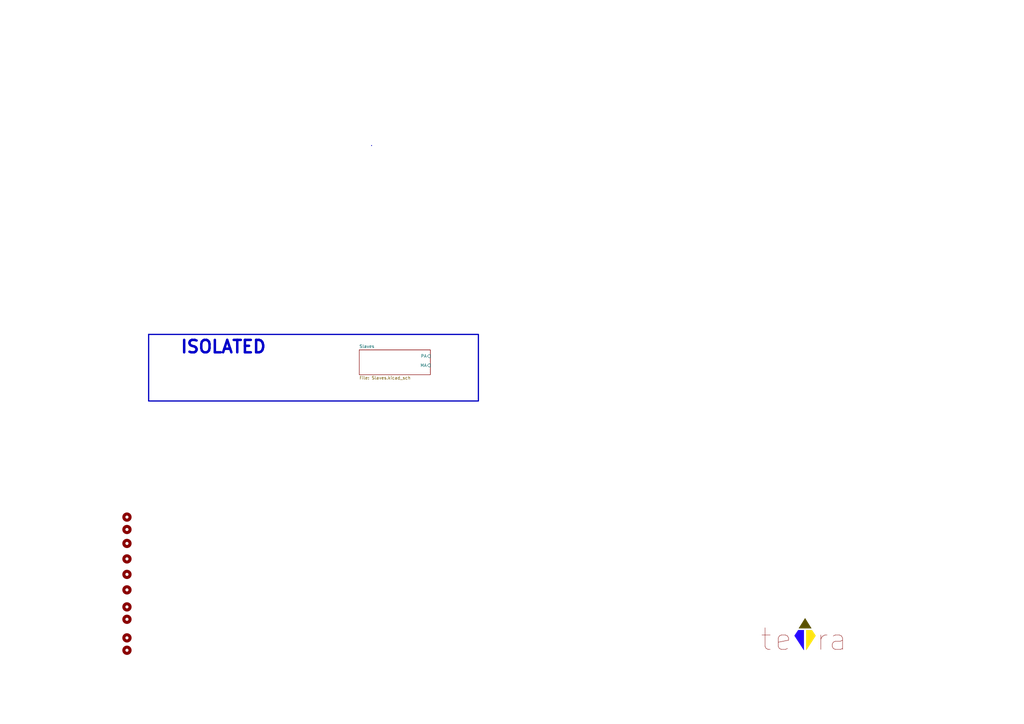
<source format=kicad_sch>
(kicad_sch
	(version 20231120)
	(generator "eeschema")
	(generator_version "8.0")
	(uuid "6a86ff6f-b159-4c4c-8a40-e732cc82e010")
	(paper "A3")
	(title_block
		(title "BMS-Master")
		(date "2024-07-23")
		(rev "V2")
		(company "teTra")
	)
	(lib_symbols
		(symbol "Library:Logo_Tetra"
			(exclude_from_sim no)
			(in_bom yes)
			(on_board yes)
			(property "Reference" "U"
				(at -0.762 0 0)
				(effects
					(font
						(size 1.27 1.27)
					)
				)
			)
			(property "Value" ""
				(at -0.762 0 0)
				(effects
					(font
						(size 1.27 1.27)
					)
				)
			)
			(property "Footprint" ""
				(at -0.762 0 0)
				(effects
					(font
						(size 1.27 1.27)
					)
					(hide yes)
				)
			)
			(property "Datasheet" ""
				(at -0.762 0 0)
				(effects
					(font
						(size 1.27 1.27)
					)
					(hide yes)
				)
			)
			(property "Description" ""
				(at -0.762 0 0)
				(effects
					(font
						(size 1.27 1.27)
					)
					(hide yes)
				)
			)
			(symbol "Logo_Tetra_1_1"
				(polyline
					(pts
						(xy 0 7.366) (xy -2.54 3.302) (xy 2.54 3.302) (xy 0 7.366)
					)
					(stroke
						(width 0)
						(type default)
						(color 88 80 0 1)
					)
					(fill
						(type color)
						(color 88 80 0 1)
					)
				)
				(polyline
					(pts
						(xy -0.508 2.54) (xy -2.794 2.54) (xy -4.318 0.254) (xy -0.508 -5.588) (xy -0.508 2.54)
					)
					(stroke
						(width 0)
						(type default)
						(color 38 9 255 1)
					)
					(fill
						(type color)
						(color 38 9 255 1)
					)
				)
				(polyline
					(pts
						(xy 0.508 2.54) (xy 2.794 2.54) (xy 4.318 0.254) (xy 0.508 -5.588) (xy 0.508 2.54)
					)
					(stroke
						(width 0)
						(type default)
						(color 255 228 16 1)
					)
					(fill
						(type color)
						(color 255 228 16 1)
					)
				)
				(text "a"
					(at 13.462 -1.27 0)
					(effects
						(font
							(face "KiCad Font")
							(size 8.89 8.89)
						)
					)
				)
				(text "e"
					(at -8.89 -1.27 0)
					(effects
						(font
							(face "KiCad Font")
							(size 8.89 8.89)
						)
					)
				)
				(text "r"
					(at 7.112 -1.27 0)
					(effects
						(font
							(size 8.89 8.89)
						)
					)
				)
				(text "t"
					(at -16.002 -1.27 0)
					(effects
						(font
							(size 8.89 8.89)
						)
					)
				)
			)
		)
		(symbol "Mechanical:MountingHole"
			(pin_names
				(offset 1.016)
			)
			(exclude_from_sim yes)
			(in_bom no)
			(on_board yes)
			(property "Reference" "H"
				(at 0 5.08 0)
				(effects
					(font
						(size 1.27 1.27)
					)
				)
			)
			(property "Value" "MountingHole"
				(at 0 3.175 0)
				(effects
					(font
						(size 1.27 1.27)
					)
				)
			)
			(property "Footprint" ""
				(at 0 0 0)
				(effects
					(font
						(size 1.27 1.27)
					)
					(hide yes)
				)
			)
			(property "Datasheet" "~"
				(at 0 0 0)
				(effects
					(font
						(size 1.27 1.27)
					)
					(hide yes)
				)
			)
			(property "Description" "Mounting Hole without connection"
				(at 0 0 0)
				(effects
					(font
						(size 1.27 1.27)
					)
					(hide yes)
				)
			)
			(property "ki_keywords" "mounting hole"
				(at 0 0 0)
				(effects
					(font
						(size 1.27 1.27)
					)
					(hide yes)
				)
			)
			(property "ki_fp_filters" "MountingHole*"
				(at 0 0 0)
				(effects
					(font
						(size 1.27 1.27)
					)
					(hide yes)
				)
			)
			(symbol "MountingHole_0_1"
				(circle
					(center 0 0)
					(radius 1.27)
					(stroke
						(width 1.27)
						(type default)
					)
					(fill
						(type none)
					)
				)
			)
		)
	)
	(rectangle
		(start 152.4 59.69)
		(end 152.4 59.69)
		(stroke
			(width 0)
			(type default)
		)
		(fill
			(type none)
		)
		(uuid 16ed3026-92db-43e4-94ce-cb9942d539a9)
	)
	(rectangle
		(start 152.4 59.69)
		(end 152.4 59.69)
		(stroke
			(width 0)
			(type default)
		)
		(fill
			(type none)
		)
		(uuid 223aa8e8-e165-46dc-8004-d0f7a65ecba6)
	)
	(rectangle
		(start 152.4 59.69)
		(end 152.4 59.69)
		(stroke
			(width 0)
			(type default)
		)
		(fill
			(type none)
		)
		(uuid 2fcede93-9de7-495d-a723-2d73c73c7b6f)
	)
	(rectangle
		(start 152.4 59.69)
		(end 152.4 59.69)
		(stroke
			(width 0)
			(type default)
		)
		(fill
			(type none)
		)
		(uuid 5fbfa526-c30f-47f6-8144-7f30cec9d859)
	)
	(rectangle
		(start 152.4 59.69)
		(end 152.4 59.69)
		(stroke
			(width 0)
			(type default)
		)
		(fill
			(type none)
		)
		(uuid 6417f53f-a88b-4d4d-99b7-072470c6c0a0)
	)
	(rectangle
		(start 152.4 59.69)
		(end 152.4 59.69)
		(stroke
			(width 0)
			(type default)
		)
		(fill
			(type none)
		)
		(uuid 761ccd63-a067-48de-bb96-f182215cb15d)
	)
	(rectangle
		(start 152.4 59.69)
		(end 152.4 59.69)
		(stroke
			(width 0)
			(type default)
		)
		(fill
			(type none)
		)
		(uuid 7833effb-1ef3-4514-9423-6ce15b0e7601)
	)
	(rectangle
		(start 152.4 59.69)
		(end 152.4 59.69)
		(stroke
			(width 0)
			(type default)
		)
		(fill
			(type none)
		)
		(uuid 84c90483-45a3-4739-b73e-9c011eb5a6b3)
	)
	(rectangle
		(start 152.4 59.69)
		(end 152.4 59.69)
		(stroke
			(width 0)
			(type default)
		)
		(fill
			(type none)
		)
		(uuid a44f9e23-e56b-46ab-98e0-a509f1df9112)
	)
	(rectangle
		(start 152.4 59.69)
		(end 152.4 59.69)
		(stroke
			(width 0)
			(type default)
		)
		(fill
			(type none)
		)
		(uuid a6c3c0d5-36dd-4850-b1a5-9e9d33dbee96)
	)
	(rectangle
		(start 152.4 59.69)
		(end 152.4 59.69)
		(stroke
			(width 0)
			(type default)
		)
		(fill
			(type none)
		)
		(uuid cc05d2e2-b228-431e-bdc0-e0860c04d0cb)
	)
	(rectangle
		(start 152.4 59.69)
		(end 152.4 59.69)
		(stroke
			(width 0)
			(type default)
		)
		(fill
			(type none)
		)
		(uuid d8735071-f685-4511-9a51-ec1dbf78025d)
	)
	(rectangle
		(start 152.4 59.69)
		(end 152.4 59.69)
		(stroke
			(width 0)
			(type default)
		)
		(fill
			(type none)
		)
		(uuid ea6bb95e-e93f-4e24-b732-f58cac2dd5b5)
	)
	(rectangle
		(start 152.4 59.69)
		(end 152.4 59.69)
		(stroke
			(width 0)
			(type default)
		)
		(fill
			(type none)
		)
		(uuid ec13c14f-f372-47c6-8a1b-793204123c6b)
	)
	(rectangle
		(start 60.96 137.16)
		(end 196.215 164.465)
		(stroke
			(width 0.5)
			(type default)
		)
		(fill
			(type none)
		)
		(uuid ecd79333-2b26-4913-bd9c-63cb6b9965e8)
	)
	(rectangle
		(start 152.4 59.69)
		(end 152.4 59.69)
		(stroke
			(width 0)
			(type default)
		)
		(fill
			(type none)
		)
		(uuid ef661221-3ee0-456b-8605-67b88b2feaa8)
	)
	(rectangle
		(start 152.4 59.69)
		(end 152.4 59.69)
		(stroke
			(width 0)
			(type default)
		)
		(fill
			(type none)
		)
		(uuid fd9b1398-e4ca-40d7-b486-76ff1cab045d)
	)
	(text "ISOLATED"
		(exclude_from_sim no)
		(at 73.66 145.415 0)
		(effects
			(font
				(size 5.08 5.08)
				(thickness 1.016)
				(bold yes)
			)
			(justify left bottom)
		)
		(uuid "2f72da79-bdf8-4579-9ed1-a83544662245")
	)
	(symbol
		(lib_id "Mechanical:MountingHole")
		(at 52.07 222.885 180)
		(unit 1)
		(exclude_from_sim yes)
		(in_bom no)
		(on_board yes)
		(dnp no)
		(uuid "14c9baf5-26bb-450a-95bd-8c9a4b49d6a4")
		(property "Reference" "J1"
			(at 54.1528 219.5068 0)
			(effects
				(font
					(size 1.27 1.27)
				)
				(hide yes)
			)
		)
		(property "Value" "Hole /NC"
			(at 54.1528 219.4814 0)
			(effects
				(font
					(size 1.27 1.27)
				)
				(hide yes)
			)
		)
		(property "Footprint" "MountingHole:MountingHole_3.2mm_M3_ISO7380"
			(at 52.07 222.885 0)
			(effects
				(font
					(size 1.27 1.27)
				)
				(hide yes)
			)
		)
		(property "Datasheet" "~"
			(at 52.07 222.885 0)
			(effects
				(font
					(size 1.27 1.27)
				)
				(hide yes)
			)
		)
		(property "Description" "Mounting Hole without connection"
			(at 52.07 222.885 0)
			(effects
				(font
					(size 1.27 1.27)
				)
				(hide yes)
			)
		)
		(property "MPN" "N/A"
			(at 52.07 222.885 0)
			(effects
				(font
					(size 1.27 1.27)
				)
				(hide yes)
			)
		)
		(instances
			(project "LTC6811_ESP32_V1p21"
				(path "/6a86ff6f-b159-4c4c-8a40-e732cc82e010"
					(reference "J1")
					(unit 1)
				)
			)
			(project "LTC6811"
				(path "/c4061cfa-a05d-44c7-ba89-bb211c8b143a"
					(reference "J?")
					(unit 1)
				)
			)
		)
	)
	(symbol
		(lib_id "Mechanical:MountingHole")
		(at 52.07 212.09 180)
		(unit 1)
		(exclude_from_sim yes)
		(in_bom no)
		(on_board yes)
		(dnp no)
		(uuid "222610d3-57f8-48bf-afea-174919c19641")
		(property "Reference" "J20"
			(at 54.1528 208.7118 0)
			(effects
				(font
					(size 1.27 1.27)
				)
				(hide yes)
			)
		)
		(property "Value" "Hole /NC"
			(at 54.1528 208.6864 0)
			(effects
				(font
					(size 1.27 1.27)
				)
				(hide yes)
			)
		)
		(property "Footprint" "MountingHole:MountingHole_3.2mm_M3_ISO7380"
			(at 52.07 212.09 0)
			(effects
				(font
					(size 1.27 1.27)
				)
				(hide yes)
			)
		)
		(property "Datasheet" "~"
			(at 52.07 212.09 0)
			(effects
				(font
					(size 1.27 1.27)
				)
				(hide yes)
			)
		)
		(property "Description" "Mounting Hole without connection"
			(at 52.07 212.09 0)
			(effects
				(font
					(size 1.27 1.27)
				)
				(hide yes)
			)
		)
		(property "MPN" "N/A"
			(at 52.07 212.09 0)
			(effects
				(font
					(size 1.27 1.27)
				)
				(hide yes)
			)
		)
		(instances
			(project "LTC6811_ESP32_V5"
				(path "/6a86ff6f-b159-4c4c-8a40-e732cc82e010"
					(reference "J20")
					(unit 1)
				)
			)
		)
	)
	(symbol
		(lib_id "Mechanical:MountingHole")
		(at 52.07 217.17 180)
		(unit 1)
		(exclude_from_sim yes)
		(in_bom no)
		(on_board yes)
		(dnp no)
		(uuid "38595ddf-3943-40f2-b2ee-affec50ace1d")
		(property "Reference" "J21"
			(at 54.1528 213.7918 0)
			(effects
				(font
					(size 1.27 1.27)
				)
				(hide yes)
			)
		)
		(property "Value" "Hole /NC"
			(at 54.1528 213.7664 0)
			(effects
				(font
					(size 1.27 1.27)
				)
				(hide yes)
			)
		)
		(property "Footprint" "MountingHole:MountingHole_3.2mm_M3_ISO7380"
			(at 52.07 217.17 0)
			(effects
				(font
					(size 1.27 1.27)
				)
				(hide yes)
			)
		)
		(property "Datasheet" "~"
			(at 52.07 217.17 0)
			(effects
				(font
					(size 1.27 1.27)
				)
				(hide yes)
			)
		)
		(property "Description" "Mounting Hole without connection"
			(at 52.07 217.17 0)
			(effects
				(font
					(size 1.27 1.27)
				)
				(hide yes)
			)
		)
		(property "MPN" "N/A"
			(at 52.07 217.17 0)
			(effects
				(font
					(size 1.27 1.27)
				)
				(hide yes)
			)
		)
		(instances
			(project "LTC6811_ESP32_V5"
				(path "/6a86ff6f-b159-4c4c-8a40-e732cc82e010"
					(reference "J21")
					(unit 1)
				)
			)
		)
	)
	(symbol
		(lib_id "Mechanical:MountingHole")
		(at 52.07 266.7 180)
		(unit 1)
		(exclude_from_sim yes)
		(in_bom no)
		(on_board yes)
		(dnp no)
		(uuid "44cb2aad-d60a-43af-b75f-67de6612ac71")
		(property "Reference" "J8"
			(at 54.1528 263.3218 0)
			(effects
				(font
					(size 1.27 1.27)
				)
				(hide yes)
			)
		)
		(property "Value" "Hole /NC"
			(at 54.1528 263.2964 0)
			(effects
				(font
					(size 1.27 1.27)
				)
				(hide yes)
			)
		)
		(property "Footprint" "MountingHole:MountingHole_3.2mm_M3_ISO7380"
			(at 52.07 266.7 0)
			(effects
				(font
					(size 1.27 1.27)
				)
				(hide yes)
			)
		)
		(property "Datasheet" "~"
			(at 52.07 266.7 0)
			(effects
				(font
					(size 1.27 1.27)
				)
				(hide yes)
			)
		)
		(property "Description" "Mounting Hole without connection"
			(at 52.07 266.7 0)
			(effects
				(font
					(size 1.27 1.27)
				)
				(hide yes)
			)
		)
		(property "MPN" "N/A"
			(at 52.07 266.7 0)
			(effects
				(font
					(size 1.27 1.27)
				)
				(hide yes)
			)
		)
		(instances
			(project "LTC6811_ESP32_V3"
				(path "/6a86ff6f-b159-4c4c-8a40-e732cc82e010"
					(reference "J8")
					(unit 1)
				)
			)
		)
	)
	(symbol
		(lib_id "Mechanical:MountingHole")
		(at 52.07 229.235 180)
		(unit 1)
		(exclude_from_sim yes)
		(in_bom no)
		(on_board yes)
		(dnp no)
		(uuid "8a2e89e0-4d88-47d1-9c9d-dd4806326183")
		(property "Reference" "J2"
			(at 54.1528 225.8568 0)
			(effects
				(font
					(size 1.27 1.27)
				)
				(hide yes)
			)
		)
		(property "Value" "Hole /NC"
			(at 54.1528 225.8314 0)
			(effects
				(font
					(size 1.27 1.27)
				)
				(hide yes)
			)
		)
		(property "Footprint" "MountingHole:MountingHole_3.2mm_M3_ISO7380"
			(at 52.07 229.235 0)
			(effects
				(font
					(size 1.27 1.27)
				)
				(hide yes)
			)
		)
		(property "Datasheet" "~"
			(at 52.07 229.235 0)
			(effects
				(font
					(size 1.27 1.27)
				)
				(hide yes)
			)
		)
		(property "Description" "Mounting Hole without connection"
			(at 52.07 229.235 0)
			(effects
				(font
					(size 1.27 1.27)
				)
				(hide yes)
			)
		)
		(property "MPN" "N/A"
			(at 52.07 229.235 0)
			(effects
				(font
					(size 1.27 1.27)
				)
				(hide yes)
			)
		)
		(instances
			(project "LTC6811_ESP32_V1p21"
				(path "/6a86ff6f-b159-4c4c-8a40-e732cc82e010"
					(reference "J2")
					(unit 1)
				)
			)
			(project "LTC6811"
				(path "/c4061cfa-a05d-44c7-ba89-bb211c8b143a"
					(reference "J?")
					(unit 1)
				)
			)
		)
	)
	(symbol
		(lib_id "Mechanical:MountingHole")
		(at 52.07 235.585 180)
		(unit 1)
		(exclude_from_sim yes)
		(in_bom no)
		(on_board yes)
		(dnp no)
		(uuid "8bb2778d-bd02-4535-aa6e-74bedd04d6ad")
		(property "Reference" "J3"
			(at 54.1528 232.2068 0)
			(effects
				(font
					(size 1.27 1.27)
				)
				(hide yes)
			)
		)
		(property "Value" "Hole /NC"
			(at 54.1528 232.1814 0)
			(effects
				(font
					(size 1.27 1.27)
				)
				(hide yes)
			)
		)
		(property "Footprint" "MountingHole:MountingHole_3.2mm_M3_ISO7380"
			(at 52.07 235.585 0)
			(effects
				(font
					(size 1.27 1.27)
				)
				(hide yes)
			)
		)
		(property "Datasheet" "~"
			(at 52.07 235.585 0)
			(effects
				(font
					(size 1.27 1.27)
				)
				(hide yes)
			)
		)
		(property "Description" "Mounting Hole without connection"
			(at 52.07 235.585 0)
			(effects
				(font
					(size 1.27 1.27)
				)
				(hide yes)
			)
		)
		(property "MPN" "N/A"
			(at 52.07 235.585 0)
			(effects
				(font
					(size 1.27 1.27)
				)
				(hide yes)
			)
		)
		(instances
			(project "LTC6811_ESP32_V1p21"
				(path "/6a86ff6f-b159-4c4c-8a40-e732cc82e010"
					(reference "J3")
					(unit 1)
				)
			)
			(project "LTC6811"
				(path "/c4061cfa-a05d-44c7-ba89-bb211c8b143a"
					(reference "J?")
					(unit 1)
				)
			)
		)
	)
	(symbol
		(lib_id "Mechanical:MountingHole")
		(at 52.07 241.935 180)
		(unit 1)
		(exclude_from_sim yes)
		(in_bom no)
		(on_board yes)
		(dnp no)
		(uuid "92debd96-33ac-4027-b04a-6747f6db4290")
		(property "Reference" "J4"
			(at 54.1528 238.5568 0)
			(effects
				(font
					(size 1.27 1.27)
				)
				(hide yes)
			)
		)
		(property "Value" "Hole /NC"
			(at 54.1528 238.5314 0)
			(effects
				(font
					(size 1.27 1.27)
				)
				(hide yes)
			)
		)
		(property "Footprint" "MountingHole:MountingHole_3.2mm_M3_ISO7380"
			(at 52.07 241.935 0)
			(effects
				(font
					(size 1.27 1.27)
				)
				(hide yes)
			)
		)
		(property "Datasheet" "~"
			(at 52.07 241.935 0)
			(effects
				(font
					(size 1.27 1.27)
				)
				(hide yes)
			)
		)
		(property "Description" "Mounting Hole without connection"
			(at 52.07 241.935 0)
			(effects
				(font
					(size 1.27 1.27)
				)
				(hide yes)
			)
		)
		(property "MPN" "N/A"
			(at 52.07 241.935 0)
			(effects
				(font
					(size 1.27 1.27)
				)
				(hide yes)
			)
		)
		(instances
			(project "LTC6811_ESP32_V1p21"
				(path "/6a86ff6f-b159-4c4c-8a40-e732cc82e010"
					(reference "J4")
					(unit 1)
				)
			)
			(project "LTC6811"
				(path "/c4061cfa-a05d-44c7-ba89-bb211c8b143a"
					(reference "J?")
					(unit 1)
				)
			)
		)
	)
	(symbol
		(lib_id "Mechanical:MountingHole")
		(at 52.07 261.62 180)
		(unit 1)
		(exclude_from_sim yes)
		(in_bom no)
		(on_board yes)
		(dnp no)
		(uuid "a378b476-f0bf-47f9-b669-3c03e66dcadb")
		(property "Reference" "J18"
			(at 54.1528 258.2418 0)
			(effects
				(font
					(size 1.27 1.27)
				)
				(hide yes)
			)
		)
		(property "Value" "Hole /NC"
			(at 54.1528 258.2164 0)
			(effects
				(font
					(size 1.27 1.27)
				)
				(hide yes)
			)
		)
		(property "Footprint" "MountingHole:MountingHole_3.2mm_M3_ISO7380"
			(at 52.07 261.62 0)
			(effects
				(font
					(size 1.27 1.27)
				)
				(hide yes)
			)
		)
		(property "Datasheet" "~"
			(at 52.07 261.62 0)
			(effects
				(font
					(size 1.27 1.27)
				)
				(hide yes)
			)
		)
		(property "Description" "Mounting Hole without connection"
			(at 52.07 261.62 0)
			(effects
				(font
					(size 1.27 1.27)
				)
				(hide yes)
			)
		)
		(property "MPN" "N/A"
			(at 52.07 261.62 0)
			(effects
				(font
					(size 1.27 1.27)
				)
				(hide yes)
			)
		)
		(instances
			(project "LTC6811_ESP32_V2"
				(path "/6a86ff6f-b159-4c4c-8a40-e732cc82e010"
					(reference "J18")
					(unit 1)
				)
			)
		)
	)
	(symbol
		(lib_id "Mechanical:MountingHole")
		(at 52.07 248.92 180)
		(unit 1)
		(exclude_from_sim yes)
		(in_bom no)
		(on_board yes)
		(dnp no)
		(uuid "c382732d-7928-48e5-9a21-32523eed2fdc")
		(property "Reference" "J19"
			(at 54.1528 245.5418 0)
			(effects
				(font
					(size 1.27 1.27)
				)
				(hide yes)
			)
		)
		(property "Value" "Hole /NC"
			(at 54.1528 245.5164 0)
			(effects
				(font
					(size 1.27 1.27)
				)
				(hide yes)
			)
		)
		(property "Footprint" "MountingHole:MountingHole_3.2mm_M3_ISO7380"
			(at 52.07 248.92 0)
			(effects
				(font
					(size 1.27 1.27)
				)
				(hide yes)
			)
		)
		(property "Datasheet" "~"
			(at 52.07 248.92 0)
			(effects
				(font
					(size 1.27 1.27)
				)
				(hide yes)
			)
		)
		(property "Description" "Mounting Hole without connection"
			(at 52.07 248.92 0)
			(effects
				(font
					(size 1.27 1.27)
				)
				(hide yes)
			)
		)
		(property "MPN" "N/A"
			(at 52.07 248.92 0)
			(effects
				(font
					(size 1.27 1.27)
				)
				(hide yes)
			)
		)
		(instances
			(project "LTC6811_ESP32_V2"
				(path "/6a86ff6f-b159-4c4c-8a40-e732cc82e010"
					(reference "J19")
					(unit 1)
				)
			)
		)
	)
	(symbol
		(lib_id "Library:Logo_Tetra")
		(at 330.2 260.985 0)
		(unit 1)
		(exclude_from_sim no)
		(in_bom no)
		(on_board yes)
		(dnp no)
		(fields_autoplaced yes)
		(uuid "fa65b393-8ebe-4854-9176-2af361d7981a")
		(property "Reference" "LOGO1"
			(at 337.947 252.222 0)
			(effects
				(font
					(size 1.27 1.27)
				)
				(hide yes)
			)
		)
		(property "Value" "teTra /NC"
			(at 330.454 253.111 0)
			(effects
				(font
					(size 1.27 1.27)
				)
				(hide yes)
			)
		)
		(property "Footprint" "Symbol:teTra-LOGO"
			(at 329.438 260.985 0)
			(effects
				(font
					(size 1.27 1.27)
				)
				(hide yes)
			)
		)
		(property "Datasheet" ""
			(at 329.438 260.985 0)
			(effects
				(font
					(size 1.27 1.27)
				)
				(hide yes)
			)
		)
		(property "Description" ""
			(at 329.438 260.985 0)
			(effects
				(font
					(size 1.27 1.27)
				)
				(hide yes)
			)
		)
		(instances
			(project "LTC6811_ESP32_V1p21"
				(path "/6a86ff6f-b159-4c4c-8a40-e732cc82e010"
					(reference "LOGO1")
					(unit 1)
				)
			)
		)
	)
	(symbol
		(lib_id "Mechanical:MountingHole")
		(at 52.07 254 180)
		(unit 1)
		(exclude_from_sim yes)
		(in_bom no)
		(on_board yes)
		(dnp no)
		(uuid "ff8fb70a-77fe-4637-b621-4e73ed43bb01")
		(property "Reference" "J7"
			(at 54.1528 250.6218 0)
			(effects
				(font
					(size 1.27 1.27)
				)
				(hide yes)
			)
		)
		(property "Value" "Hole /NC"
			(at 54.1528 250.5964 0)
			(effects
				(font
					(size 1.27 1.27)
				)
				(hide yes)
			)
		)
		(property "Footprint" "MountingHole:MountingHole_3.2mm_M3_ISO7380"
			(at 52.07 254 0)
			(effects
				(font
					(size 1.27 1.27)
				)
				(hide yes)
			)
		)
		(property "Datasheet" "~"
			(at 52.07 254 0)
			(effects
				(font
					(size 1.27 1.27)
				)
				(hide yes)
			)
		)
		(property "Description" "Mounting Hole without connection"
			(at 52.07 254 0)
			(effects
				(font
					(size 1.27 1.27)
				)
				(hide yes)
			)
		)
		(property "MPN" "N/A"
			(at 52.07 254 0)
			(effects
				(font
					(size 1.27 1.27)
				)
				(hide yes)
			)
		)
		(instances
			(project "LTC6811_ESP32_V2"
				(path "/6a86ff6f-b159-4c4c-8a40-e732cc82e010"
					(reference "J7")
					(unit 1)
				)
			)
		)
	)
	(sheet
		(at 147.32 143.51)
		(size 29.21 10.16)
		(fields_autoplaced yes)
		(stroke
			(width 0.1524)
			(type solid)
		)
		(fill
			(color 0 0 0 0.0000)
		)
		(uuid "6b51f869-3fd5-42f9-b3ca-66a1d105433e")
		(property "Sheetname" "Slaves"
			(at 147.32 142.7984 0)
			(effects
				(font
					(size 1.27 1.27)
				)
				(justify left bottom)
			)
		)
		(property "Sheetfile" "Slaves.kicad_sch"
			(at 147.32 154.2546 0)
			(effects
				(font
					(size 1.27 1.27)
				)
				(justify left top)
			)
		)
		(pin "PA" input
			(at 176.53 146.05 0)
			(effects
				(font
					(size 1.27 1.27)
				)
				(justify right)
			)
			(uuid "071d8036-134c-4648-a801-6ea9887f2eaa")
		)
		(pin "MA" input
			(at 176.53 149.86 0)
			(effects
				(font
					(size 1.27 1.27)
				)
				(justify right)
			)
			(uuid "70b8841f-43f9-4653-906b-2966be852cc8")
		)
		(instances
			(project "LTC6811_ESP32_V5"
				(path "/6a86ff6f-b159-4c4c-8a40-e732cc82e010"
					(page "6")
				)
			)
		)
	)
	(sheet_instances
		(path "/"
			(page "1")
		)
	)
)

</source>
